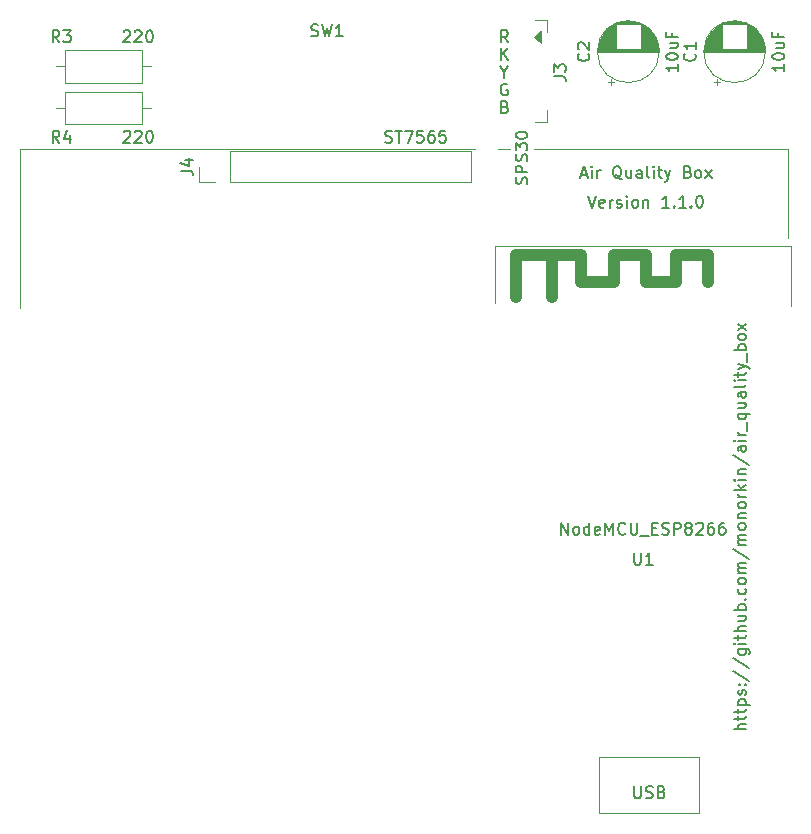
<source format=gbr>
%TF.GenerationSoftware,KiCad,Pcbnew,5.1.10*%
%TF.CreationDate,2021-11-06T10:08:14+01:00*%
%TF.ProjectId,air_quality_box,6169725f-7175-4616-9c69-74795f626f78,rev?*%
%TF.SameCoordinates,Original*%
%TF.FileFunction,Legend,Top*%
%TF.FilePolarity,Positive*%
%FSLAX46Y46*%
G04 Gerber Fmt 4.6, Leading zero omitted, Abs format (unit mm)*
G04 Created by KiCad (PCBNEW 5.1.10) date 2021-11-06 10:08:14*
%MOMM*%
%LPD*%
G01*
G04 APERTURE LIST*
%ADD10C,0.150000*%
%ADD11C,0.120000*%
%ADD12C,1.000000*%
%ADD13C,0.100000*%
G04 APERTURE END LIST*
D10*
X161452380Y-99119047D02*
X160452380Y-99119047D01*
X161452380Y-98690476D02*
X160928571Y-98690476D01*
X160833333Y-98738095D01*
X160785714Y-98833333D01*
X160785714Y-98976190D01*
X160833333Y-99071428D01*
X160880952Y-99119047D01*
X160785714Y-98357142D02*
X160785714Y-97976190D01*
X160452380Y-98214285D02*
X161309523Y-98214285D01*
X161404761Y-98166666D01*
X161452380Y-98071428D01*
X161452380Y-97976190D01*
X160785714Y-97785714D02*
X160785714Y-97404761D01*
X160452380Y-97642857D02*
X161309523Y-97642857D01*
X161404761Y-97595238D01*
X161452380Y-97500000D01*
X161452380Y-97404761D01*
X160785714Y-97071428D02*
X161785714Y-97071428D01*
X160833333Y-97071428D02*
X160785714Y-96976190D01*
X160785714Y-96785714D01*
X160833333Y-96690476D01*
X160880952Y-96642857D01*
X160976190Y-96595238D01*
X161261904Y-96595238D01*
X161357142Y-96642857D01*
X161404761Y-96690476D01*
X161452380Y-96785714D01*
X161452380Y-96976190D01*
X161404761Y-97071428D01*
X161404761Y-96214285D02*
X161452380Y-96119047D01*
X161452380Y-95928571D01*
X161404761Y-95833333D01*
X161309523Y-95785714D01*
X161261904Y-95785714D01*
X161166666Y-95833333D01*
X161119047Y-95928571D01*
X161119047Y-96071428D01*
X161071428Y-96166666D01*
X160976190Y-96214285D01*
X160928571Y-96214285D01*
X160833333Y-96166666D01*
X160785714Y-96071428D01*
X160785714Y-95928571D01*
X160833333Y-95833333D01*
X161357142Y-95357142D02*
X161404761Y-95309523D01*
X161452380Y-95357142D01*
X161404761Y-95404761D01*
X161357142Y-95357142D01*
X161452380Y-95357142D01*
X160833333Y-95357142D02*
X160880952Y-95309523D01*
X160928571Y-95357142D01*
X160880952Y-95404761D01*
X160833333Y-95357142D01*
X160928571Y-95357142D01*
X160404761Y-94166666D02*
X161690476Y-95023809D01*
X160404761Y-93119047D02*
X161690476Y-93976190D01*
X160785714Y-92357142D02*
X161595238Y-92357142D01*
X161690476Y-92404761D01*
X161738095Y-92452380D01*
X161785714Y-92547619D01*
X161785714Y-92690476D01*
X161738095Y-92785714D01*
X161404761Y-92357142D02*
X161452380Y-92452380D01*
X161452380Y-92642857D01*
X161404761Y-92738095D01*
X161357142Y-92785714D01*
X161261904Y-92833333D01*
X160976190Y-92833333D01*
X160880952Y-92785714D01*
X160833333Y-92738095D01*
X160785714Y-92642857D01*
X160785714Y-92452380D01*
X160833333Y-92357142D01*
X161452380Y-91880952D02*
X160785714Y-91880952D01*
X160452380Y-91880952D02*
X160500000Y-91928571D01*
X160547619Y-91880952D01*
X160500000Y-91833333D01*
X160452380Y-91880952D01*
X160547619Y-91880952D01*
X160785714Y-91547619D02*
X160785714Y-91166666D01*
X160452380Y-91404761D02*
X161309523Y-91404761D01*
X161404761Y-91357142D01*
X161452380Y-91261904D01*
X161452380Y-91166666D01*
X161452380Y-90833333D02*
X160452380Y-90833333D01*
X161452380Y-90404761D02*
X160928571Y-90404761D01*
X160833333Y-90452380D01*
X160785714Y-90547619D01*
X160785714Y-90690476D01*
X160833333Y-90785714D01*
X160880952Y-90833333D01*
X160785714Y-89500000D02*
X161452380Y-89500000D01*
X160785714Y-89928571D02*
X161309523Y-89928571D01*
X161404761Y-89880952D01*
X161452380Y-89785714D01*
X161452380Y-89642857D01*
X161404761Y-89547619D01*
X161357142Y-89500000D01*
X161452380Y-89023809D02*
X160452380Y-89023809D01*
X160833333Y-89023809D02*
X160785714Y-88928571D01*
X160785714Y-88738095D01*
X160833333Y-88642857D01*
X160880952Y-88595238D01*
X160976190Y-88547619D01*
X161261904Y-88547619D01*
X161357142Y-88595238D01*
X161404761Y-88642857D01*
X161452380Y-88738095D01*
X161452380Y-88928571D01*
X161404761Y-89023809D01*
X161357142Y-88119047D02*
X161404761Y-88071428D01*
X161452380Y-88119047D01*
X161404761Y-88166666D01*
X161357142Y-88119047D01*
X161452380Y-88119047D01*
X161404761Y-87214285D02*
X161452380Y-87309523D01*
X161452380Y-87500000D01*
X161404761Y-87595238D01*
X161357142Y-87642857D01*
X161261904Y-87690476D01*
X160976190Y-87690476D01*
X160880952Y-87642857D01*
X160833333Y-87595238D01*
X160785714Y-87500000D01*
X160785714Y-87309523D01*
X160833333Y-87214285D01*
X161452380Y-86642857D02*
X161404761Y-86738095D01*
X161357142Y-86785714D01*
X161261904Y-86833333D01*
X160976190Y-86833333D01*
X160880952Y-86785714D01*
X160833333Y-86738095D01*
X160785714Y-86642857D01*
X160785714Y-86500000D01*
X160833333Y-86404761D01*
X160880952Y-86357142D01*
X160976190Y-86309523D01*
X161261904Y-86309523D01*
X161357142Y-86357142D01*
X161404761Y-86404761D01*
X161452380Y-86500000D01*
X161452380Y-86642857D01*
X161452380Y-85880952D02*
X160785714Y-85880952D01*
X160880952Y-85880952D02*
X160833333Y-85833333D01*
X160785714Y-85738095D01*
X160785714Y-85595238D01*
X160833333Y-85500000D01*
X160928571Y-85452380D01*
X161452380Y-85452380D01*
X160928571Y-85452380D02*
X160833333Y-85404761D01*
X160785714Y-85309523D01*
X160785714Y-85166666D01*
X160833333Y-85071428D01*
X160928571Y-85023809D01*
X161452380Y-85023809D01*
X160404761Y-83833333D02*
X161690476Y-84690476D01*
X161452380Y-83500000D02*
X160785714Y-83500000D01*
X160880952Y-83500000D02*
X160833333Y-83452380D01*
X160785714Y-83357142D01*
X160785714Y-83214285D01*
X160833333Y-83119047D01*
X160928571Y-83071428D01*
X161452380Y-83071428D01*
X160928571Y-83071428D02*
X160833333Y-83023809D01*
X160785714Y-82928571D01*
X160785714Y-82785714D01*
X160833333Y-82690476D01*
X160928571Y-82642857D01*
X161452380Y-82642857D01*
X161452380Y-82023809D02*
X161404761Y-82119047D01*
X161357142Y-82166666D01*
X161261904Y-82214285D01*
X160976190Y-82214285D01*
X160880952Y-82166666D01*
X160833333Y-82119047D01*
X160785714Y-82023809D01*
X160785714Y-81880952D01*
X160833333Y-81785714D01*
X160880952Y-81738095D01*
X160976190Y-81690476D01*
X161261904Y-81690476D01*
X161357142Y-81738095D01*
X161404761Y-81785714D01*
X161452380Y-81880952D01*
X161452380Y-82023809D01*
X160785714Y-81261904D02*
X161452380Y-81261904D01*
X160880952Y-81261904D02*
X160833333Y-81214285D01*
X160785714Y-81119047D01*
X160785714Y-80976190D01*
X160833333Y-80880952D01*
X160928571Y-80833333D01*
X161452380Y-80833333D01*
X161452380Y-80214285D02*
X161404761Y-80309523D01*
X161357142Y-80357142D01*
X161261904Y-80404761D01*
X160976190Y-80404761D01*
X160880952Y-80357142D01*
X160833333Y-80309523D01*
X160785714Y-80214285D01*
X160785714Y-80071428D01*
X160833333Y-79976190D01*
X160880952Y-79928571D01*
X160976190Y-79880952D01*
X161261904Y-79880952D01*
X161357142Y-79928571D01*
X161404761Y-79976190D01*
X161452380Y-80071428D01*
X161452380Y-80214285D01*
X161452380Y-79452380D02*
X160785714Y-79452380D01*
X160976190Y-79452380D02*
X160880952Y-79404761D01*
X160833333Y-79357142D01*
X160785714Y-79261904D01*
X160785714Y-79166666D01*
X161452380Y-78833333D02*
X160452380Y-78833333D01*
X161071428Y-78738095D02*
X161452380Y-78452380D01*
X160785714Y-78452380D02*
X161166666Y-78833333D01*
X161452380Y-78023809D02*
X160785714Y-78023809D01*
X160452380Y-78023809D02*
X160500000Y-78071428D01*
X160547619Y-78023809D01*
X160500000Y-77976190D01*
X160452380Y-78023809D01*
X160547619Y-78023809D01*
X160785714Y-77547619D02*
X161452380Y-77547619D01*
X160880952Y-77547619D02*
X160833333Y-77500000D01*
X160785714Y-77404761D01*
X160785714Y-77261904D01*
X160833333Y-77166666D01*
X160928571Y-77119047D01*
X161452380Y-77119047D01*
X160404761Y-75928571D02*
X161690476Y-76785714D01*
X161452380Y-75166666D02*
X160928571Y-75166666D01*
X160833333Y-75214285D01*
X160785714Y-75309523D01*
X160785714Y-75500000D01*
X160833333Y-75595238D01*
X161404761Y-75166666D02*
X161452380Y-75261904D01*
X161452380Y-75500000D01*
X161404761Y-75595238D01*
X161309523Y-75642857D01*
X161214285Y-75642857D01*
X161119047Y-75595238D01*
X161071428Y-75500000D01*
X161071428Y-75261904D01*
X161023809Y-75166666D01*
X161452380Y-74690476D02*
X160785714Y-74690476D01*
X160452380Y-74690476D02*
X160500000Y-74738095D01*
X160547619Y-74690476D01*
X160500000Y-74642857D01*
X160452380Y-74690476D01*
X160547619Y-74690476D01*
X161452380Y-74214285D02*
X160785714Y-74214285D01*
X160976190Y-74214285D02*
X160880952Y-74166666D01*
X160833333Y-74119047D01*
X160785714Y-74023809D01*
X160785714Y-73928571D01*
X161547619Y-73833333D02*
X161547619Y-73071428D01*
X160785714Y-72404761D02*
X161785714Y-72404761D01*
X161404761Y-72404761D02*
X161452380Y-72500000D01*
X161452380Y-72690476D01*
X161404761Y-72785714D01*
X161357142Y-72833333D01*
X161261904Y-72880952D01*
X160976190Y-72880952D01*
X160880952Y-72833333D01*
X160833333Y-72785714D01*
X160785714Y-72690476D01*
X160785714Y-72500000D01*
X160833333Y-72404761D01*
X160785714Y-71500000D02*
X161452380Y-71500000D01*
X160785714Y-71928571D02*
X161309523Y-71928571D01*
X161404761Y-71880952D01*
X161452380Y-71785714D01*
X161452380Y-71642857D01*
X161404761Y-71547619D01*
X161357142Y-71500000D01*
X161452380Y-70595238D02*
X160928571Y-70595238D01*
X160833333Y-70642857D01*
X160785714Y-70738095D01*
X160785714Y-70928571D01*
X160833333Y-71023809D01*
X161404761Y-70595238D02*
X161452380Y-70690476D01*
X161452380Y-70928571D01*
X161404761Y-71023809D01*
X161309523Y-71071428D01*
X161214285Y-71071428D01*
X161119047Y-71023809D01*
X161071428Y-70928571D01*
X161071428Y-70690476D01*
X161023809Y-70595238D01*
X161452380Y-69976190D02*
X161404761Y-70071428D01*
X161309523Y-70119047D01*
X160452380Y-70119047D01*
X161452380Y-69595238D02*
X160785714Y-69595238D01*
X160452380Y-69595238D02*
X160500000Y-69642857D01*
X160547619Y-69595238D01*
X160500000Y-69547619D01*
X160452380Y-69595238D01*
X160547619Y-69595238D01*
X160785714Y-69261904D02*
X160785714Y-68880952D01*
X160452380Y-69119047D02*
X161309523Y-69119047D01*
X161404761Y-69071428D01*
X161452380Y-68976190D01*
X161452380Y-68880952D01*
X160785714Y-68642857D02*
X161452380Y-68404761D01*
X160785714Y-68166666D02*
X161452380Y-68404761D01*
X161690476Y-68500000D01*
X161738095Y-68547619D01*
X161785714Y-68642857D01*
X161547619Y-68023809D02*
X161547619Y-67261904D01*
X161452380Y-67023809D02*
X160452380Y-67023809D01*
X160833333Y-67023809D02*
X160785714Y-66928571D01*
X160785714Y-66738095D01*
X160833333Y-66642857D01*
X160880952Y-66595238D01*
X160976190Y-66547619D01*
X161261904Y-66547619D01*
X161357142Y-66595238D01*
X161404761Y-66642857D01*
X161452380Y-66738095D01*
X161452380Y-66928571D01*
X161404761Y-67023809D01*
X161452380Y-65976190D02*
X161404761Y-66071428D01*
X161357142Y-66119047D01*
X161261904Y-66166666D01*
X160976190Y-66166666D01*
X160880952Y-66119047D01*
X160833333Y-66071428D01*
X160785714Y-65976190D01*
X160785714Y-65833333D01*
X160833333Y-65738095D01*
X160880952Y-65690476D01*
X160976190Y-65642857D01*
X161261904Y-65642857D01*
X161357142Y-65690476D01*
X161404761Y-65738095D01*
X161452380Y-65833333D01*
X161452380Y-65976190D01*
X161452380Y-65309523D02*
X160785714Y-64785714D01*
X160785714Y-65309523D02*
X161452380Y-64785714D01*
X148095238Y-53952380D02*
X148428571Y-54952380D01*
X148761904Y-53952380D01*
X149476190Y-54904761D02*
X149380952Y-54952380D01*
X149190476Y-54952380D01*
X149095238Y-54904761D01*
X149047619Y-54809523D01*
X149047619Y-54428571D01*
X149095238Y-54333333D01*
X149190476Y-54285714D01*
X149380952Y-54285714D01*
X149476190Y-54333333D01*
X149523809Y-54428571D01*
X149523809Y-54523809D01*
X149047619Y-54619047D01*
X149952380Y-54952380D02*
X149952380Y-54285714D01*
X149952380Y-54476190D02*
X150000000Y-54380952D01*
X150047619Y-54333333D01*
X150142857Y-54285714D01*
X150238095Y-54285714D01*
X150523809Y-54904761D02*
X150619047Y-54952380D01*
X150809523Y-54952380D01*
X150904761Y-54904761D01*
X150952380Y-54809523D01*
X150952380Y-54761904D01*
X150904761Y-54666666D01*
X150809523Y-54619047D01*
X150666666Y-54619047D01*
X150571428Y-54571428D01*
X150523809Y-54476190D01*
X150523809Y-54428571D01*
X150571428Y-54333333D01*
X150666666Y-54285714D01*
X150809523Y-54285714D01*
X150904761Y-54333333D01*
X151380952Y-54952380D02*
X151380952Y-54285714D01*
X151380952Y-53952380D02*
X151333333Y-54000000D01*
X151380952Y-54047619D01*
X151428571Y-54000000D01*
X151380952Y-53952380D01*
X151380952Y-54047619D01*
X152000000Y-54952380D02*
X151904761Y-54904761D01*
X151857142Y-54857142D01*
X151809523Y-54761904D01*
X151809523Y-54476190D01*
X151857142Y-54380952D01*
X151904761Y-54333333D01*
X152000000Y-54285714D01*
X152142857Y-54285714D01*
X152238095Y-54333333D01*
X152285714Y-54380952D01*
X152333333Y-54476190D01*
X152333333Y-54761904D01*
X152285714Y-54857142D01*
X152238095Y-54904761D01*
X152142857Y-54952380D01*
X152000000Y-54952380D01*
X152761904Y-54285714D02*
X152761904Y-54952380D01*
X152761904Y-54380952D02*
X152809523Y-54333333D01*
X152904761Y-54285714D01*
X153047619Y-54285714D01*
X153142857Y-54333333D01*
X153190476Y-54428571D01*
X153190476Y-54952380D01*
X154952380Y-54952380D02*
X154380952Y-54952380D01*
X154666666Y-54952380D02*
X154666666Y-53952380D01*
X154571428Y-54095238D01*
X154476190Y-54190476D01*
X154380952Y-54238095D01*
X155380952Y-54857142D02*
X155428571Y-54904761D01*
X155380952Y-54952380D01*
X155333333Y-54904761D01*
X155380952Y-54857142D01*
X155380952Y-54952380D01*
X156380952Y-54952380D02*
X155809523Y-54952380D01*
X156095238Y-54952380D02*
X156095238Y-53952380D01*
X156000000Y-54095238D01*
X155904761Y-54190476D01*
X155809523Y-54238095D01*
X156809523Y-54857142D02*
X156857142Y-54904761D01*
X156809523Y-54952380D01*
X156761904Y-54904761D01*
X156809523Y-54857142D01*
X156809523Y-54952380D01*
X157476190Y-53952380D02*
X157571428Y-53952380D01*
X157666666Y-54000000D01*
X157714285Y-54047619D01*
X157761904Y-54142857D01*
X157809523Y-54333333D01*
X157809523Y-54571428D01*
X157761904Y-54761904D01*
X157714285Y-54857142D01*
X157666666Y-54904761D01*
X157571428Y-54952380D01*
X157476190Y-54952380D01*
X157380952Y-54904761D01*
X157333333Y-54857142D01*
X157285714Y-54761904D01*
X157238095Y-54571428D01*
X157238095Y-54333333D01*
X157285714Y-54142857D01*
X157333333Y-54047619D01*
X157380952Y-54000000D01*
X157476190Y-53952380D01*
X147500000Y-52166666D02*
X147976190Y-52166666D01*
X147404761Y-52452380D02*
X147738095Y-51452380D01*
X148071428Y-52452380D01*
X148404761Y-52452380D02*
X148404761Y-51785714D01*
X148404761Y-51452380D02*
X148357142Y-51500000D01*
X148404761Y-51547619D01*
X148452380Y-51500000D01*
X148404761Y-51452380D01*
X148404761Y-51547619D01*
X148880952Y-52452380D02*
X148880952Y-51785714D01*
X148880952Y-51976190D02*
X148928571Y-51880952D01*
X148976190Y-51833333D01*
X149071428Y-51785714D01*
X149166666Y-51785714D01*
X150928571Y-52547619D02*
X150833333Y-52500000D01*
X150738095Y-52404761D01*
X150595238Y-52261904D01*
X150500000Y-52214285D01*
X150404761Y-52214285D01*
X150452380Y-52452380D02*
X150357142Y-52404761D01*
X150261904Y-52309523D01*
X150214285Y-52119047D01*
X150214285Y-51785714D01*
X150261904Y-51595238D01*
X150357142Y-51500000D01*
X150452380Y-51452380D01*
X150642857Y-51452380D01*
X150738095Y-51500000D01*
X150833333Y-51595238D01*
X150880952Y-51785714D01*
X150880952Y-52119047D01*
X150833333Y-52309523D01*
X150738095Y-52404761D01*
X150642857Y-52452380D01*
X150452380Y-52452380D01*
X151738095Y-51785714D02*
X151738095Y-52452380D01*
X151309523Y-51785714D02*
X151309523Y-52309523D01*
X151357142Y-52404761D01*
X151452380Y-52452380D01*
X151595238Y-52452380D01*
X151690476Y-52404761D01*
X151738095Y-52357142D01*
X152642857Y-52452380D02*
X152642857Y-51928571D01*
X152595238Y-51833333D01*
X152500000Y-51785714D01*
X152309523Y-51785714D01*
X152214285Y-51833333D01*
X152642857Y-52404761D02*
X152547619Y-52452380D01*
X152309523Y-52452380D01*
X152214285Y-52404761D01*
X152166666Y-52309523D01*
X152166666Y-52214285D01*
X152214285Y-52119047D01*
X152309523Y-52071428D01*
X152547619Y-52071428D01*
X152642857Y-52023809D01*
X153261904Y-52452380D02*
X153166666Y-52404761D01*
X153119047Y-52309523D01*
X153119047Y-51452380D01*
X153642857Y-52452380D02*
X153642857Y-51785714D01*
X153642857Y-51452380D02*
X153595238Y-51500000D01*
X153642857Y-51547619D01*
X153690476Y-51500000D01*
X153642857Y-51452380D01*
X153642857Y-51547619D01*
X153976190Y-51785714D02*
X154357142Y-51785714D01*
X154119047Y-51452380D02*
X154119047Y-52309523D01*
X154166666Y-52404761D01*
X154261904Y-52452380D01*
X154357142Y-52452380D01*
X154595238Y-51785714D02*
X154833333Y-52452380D01*
X155071428Y-51785714D02*
X154833333Y-52452380D01*
X154738095Y-52690476D01*
X154690476Y-52738095D01*
X154595238Y-52785714D01*
X156547619Y-51928571D02*
X156690476Y-51976190D01*
X156738095Y-52023809D01*
X156785714Y-52119047D01*
X156785714Y-52261904D01*
X156738095Y-52357142D01*
X156690476Y-52404761D01*
X156595238Y-52452380D01*
X156214285Y-52452380D01*
X156214285Y-51452380D01*
X156547619Y-51452380D01*
X156642857Y-51500000D01*
X156690476Y-51547619D01*
X156738095Y-51642857D01*
X156738095Y-51738095D01*
X156690476Y-51833333D01*
X156642857Y-51880952D01*
X156547619Y-51928571D01*
X156214285Y-51928571D01*
X157357142Y-52452380D02*
X157261904Y-52404761D01*
X157214285Y-52357142D01*
X157166666Y-52261904D01*
X157166666Y-51976190D01*
X157214285Y-51880952D01*
X157261904Y-51833333D01*
X157357142Y-51785714D01*
X157500000Y-51785714D01*
X157595238Y-51833333D01*
X157642857Y-51880952D01*
X157690476Y-51976190D01*
X157690476Y-52261904D01*
X157642857Y-52357142D01*
X157595238Y-52404761D01*
X157500000Y-52452380D01*
X157357142Y-52452380D01*
X158023809Y-52452380D02*
X158547619Y-51785714D01*
X158023809Y-51785714D02*
X158547619Y-52452380D01*
D11*
X165000000Y-50000000D02*
X165000000Y-57500000D01*
X100000000Y-50000000D02*
X100000000Y-63500000D01*
X143500000Y-50000000D02*
X165000000Y-50000000D01*
X140500000Y-50000000D02*
X141500000Y-50000000D01*
X100000000Y-50000000D02*
X138500000Y-50000000D01*
D10*
X141071428Y-46428571D02*
X141214285Y-46476190D01*
X141261904Y-46523809D01*
X141309523Y-46619047D01*
X141309523Y-46761904D01*
X141261904Y-46857142D01*
X141214285Y-46904761D01*
X141119047Y-46952380D01*
X140738095Y-46952380D01*
X140738095Y-45952380D01*
X141071428Y-45952380D01*
X141166666Y-46000000D01*
X141214285Y-46047619D01*
X141261904Y-46142857D01*
X141261904Y-46238095D01*
X141214285Y-46333333D01*
X141166666Y-46380952D01*
X141071428Y-46428571D01*
X140738095Y-46428571D01*
X140738095Y-42452380D02*
X140738095Y-41452380D01*
X141309523Y-42452380D02*
X140880952Y-41880952D01*
X141309523Y-41452380D02*
X140738095Y-42023809D01*
X141000000Y-43476190D02*
X141000000Y-43952380D01*
X140666666Y-42952380D02*
X141000000Y-43476190D01*
X141333333Y-42952380D01*
X141261904Y-44500000D02*
X141166666Y-44452380D01*
X141023809Y-44452380D01*
X140880952Y-44500000D01*
X140785714Y-44595238D01*
X140738095Y-44690476D01*
X140690476Y-44880952D01*
X140690476Y-45023809D01*
X140738095Y-45214285D01*
X140785714Y-45309523D01*
X140880952Y-45404761D01*
X141023809Y-45452380D01*
X141119047Y-45452380D01*
X141261904Y-45404761D01*
X141309523Y-45357142D01*
X141309523Y-45023809D01*
X141119047Y-45023809D01*
X141309523Y-40952380D02*
X140976190Y-40476190D01*
X140738095Y-40952380D02*
X140738095Y-39952380D01*
X141119047Y-39952380D01*
X141214285Y-40000000D01*
X141261904Y-40047619D01*
X141309523Y-40142857D01*
X141309523Y-40285714D01*
X141261904Y-40380952D01*
X141214285Y-40428571D01*
X141119047Y-40476190D01*
X140738095Y-40476190D01*
X151988095Y-103952380D02*
X151988095Y-104761904D01*
X152035714Y-104857142D01*
X152083333Y-104904761D01*
X152178571Y-104952380D01*
X152369047Y-104952380D01*
X152464285Y-104904761D01*
X152511904Y-104857142D01*
X152559523Y-104761904D01*
X152559523Y-103952380D01*
X152988095Y-104904761D02*
X153130952Y-104952380D01*
X153369047Y-104952380D01*
X153464285Y-104904761D01*
X153511904Y-104857142D01*
X153559523Y-104761904D01*
X153559523Y-104666666D01*
X153511904Y-104571428D01*
X153464285Y-104523809D01*
X153369047Y-104476190D01*
X153178571Y-104428571D01*
X153083333Y-104380952D01*
X153035714Y-104333333D01*
X152988095Y-104238095D01*
X152988095Y-104142857D01*
X153035714Y-104047619D01*
X153083333Y-104000000D01*
X153178571Y-103952380D01*
X153416666Y-103952380D01*
X153559523Y-104000000D01*
X154321428Y-104428571D02*
X154464285Y-104476190D01*
X154511904Y-104523809D01*
X154559523Y-104619047D01*
X154559523Y-104761904D01*
X154511904Y-104857142D01*
X154464285Y-104904761D01*
X154369047Y-104952380D01*
X153988095Y-104952380D01*
X153988095Y-103952380D01*
X154321428Y-103952380D01*
X154416666Y-104000000D01*
X154464285Y-104047619D01*
X154511904Y-104142857D01*
X154511904Y-104238095D01*
X154464285Y-104333333D01*
X154416666Y-104380952D01*
X154321428Y-104428571D01*
X153988095Y-104428571D01*
D11*
X157500000Y-106250000D02*
X149000000Y-106250000D01*
X157500000Y-101500000D02*
X157500000Y-106250000D01*
X149000000Y-101500000D02*
X157500000Y-101500000D01*
X149000000Y-106250000D02*
X149000000Y-101500000D01*
D12*
X145000000Y-59000000D02*
X145000000Y-62500000D01*
X158250000Y-59000000D02*
X158250000Y-61250000D01*
X155500000Y-59000000D02*
X158250000Y-59000000D01*
X155500000Y-61250000D02*
X155500000Y-59000000D01*
X153000000Y-61250000D02*
X155500000Y-61250000D01*
X153000000Y-59000000D02*
X153000000Y-61250000D01*
X150250000Y-59000000D02*
X153000000Y-59000000D01*
X150250000Y-61250000D02*
X150250000Y-59000000D01*
X147500000Y-61250000D02*
X150250000Y-61250000D01*
X147500000Y-59000000D02*
X147500000Y-61250000D01*
X142000000Y-59000000D02*
X147500000Y-59000000D01*
X142000000Y-62500000D02*
X142000000Y-59000000D01*
D11*
X165250000Y-58250000D02*
X165250000Y-63250000D01*
X140250000Y-58250000D02*
X165250000Y-58250000D01*
X140250000Y-63000000D02*
X140250000Y-58250000D01*
D13*
%TO.C,J3*%
G36*
X144100000Y-40000000D02*
G01*
X144100000Y-41000000D01*
X143500000Y-40500000D01*
X144100000Y-40000000D01*
G37*
X144100000Y-40000000D02*
X144100000Y-41000000D01*
X143500000Y-40500000D01*
X144100000Y-40000000D01*
D11*
X144600000Y-39100000D02*
X143600000Y-39100000D01*
X144600000Y-39100000D02*
X144600000Y-40100000D01*
X144600000Y-47700000D02*
X144600000Y-46700000D01*
X144600000Y-47700000D02*
X143600000Y-47700000D01*
%TO.C,C1*%
X163120000Y-41750000D02*
G75*
G03*
X163120000Y-41750000I-2620000J0D01*
G01*
X157920000Y-41750000D02*
X163080000Y-41750000D01*
X157920000Y-41710000D02*
X163080000Y-41710000D01*
X157921000Y-41670000D02*
X163079000Y-41670000D01*
X157922000Y-41630000D02*
X163078000Y-41630000D01*
X157924000Y-41590000D02*
X163076000Y-41590000D01*
X157927000Y-41550000D02*
X163073000Y-41550000D01*
X157931000Y-41510000D02*
X159460000Y-41510000D01*
X161540000Y-41510000D02*
X163069000Y-41510000D01*
X157935000Y-41470000D02*
X159460000Y-41470000D01*
X161540000Y-41470000D02*
X163065000Y-41470000D01*
X157939000Y-41430000D02*
X159460000Y-41430000D01*
X161540000Y-41430000D02*
X163061000Y-41430000D01*
X157944000Y-41390000D02*
X159460000Y-41390000D01*
X161540000Y-41390000D02*
X163056000Y-41390000D01*
X157950000Y-41350000D02*
X159460000Y-41350000D01*
X161540000Y-41350000D02*
X163050000Y-41350000D01*
X157957000Y-41310000D02*
X159460000Y-41310000D01*
X161540000Y-41310000D02*
X163043000Y-41310000D01*
X157964000Y-41270000D02*
X159460000Y-41270000D01*
X161540000Y-41270000D02*
X163036000Y-41270000D01*
X157972000Y-41230000D02*
X159460000Y-41230000D01*
X161540000Y-41230000D02*
X163028000Y-41230000D01*
X157980000Y-41190000D02*
X159460000Y-41190000D01*
X161540000Y-41190000D02*
X163020000Y-41190000D01*
X157989000Y-41150000D02*
X159460000Y-41150000D01*
X161540000Y-41150000D02*
X163011000Y-41150000D01*
X157999000Y-41110000D02*
X159460000Y-41110000D01*
X161540000Y-41110000D02*
X163001000Y-41110000D01*
X158009000Y-41070000D02*
X159460000Y-41070000D01*
X161540000Y-41070000D02*
X162991000Y-41070000D01*
X158020000Y-41029000D02*
X159460000Y-41029000D01*
X161540000Y-41029000D02*
X162980000Y-41029000D01*
X158032000Y-40989000D02*
X159460000Y-40989000D01*
X161540000Y-40989000D02*
X162968000Y-40989000D01*
X158045000Y-40949000D02*
X159460000Y-40949000D01*
X161540000Y-40949000D02*
X162955000Y-40949000D01*
X158058000Y-40909000D02*
X159460000Y-40909000D01*
X161540000Y-40909000D02*
X162942000Y-40909000D01*
X158072000Y-40869000D02*
X159460000Y-40869000D01*
X161540000Y-40869000D02*
X162928000Y-40869000D01*
X158086000Y-40829000D02*
X159460000Y-40829000D01*
X161540000Y-40829000D02*
X162914000Y-40829000D01*
X158102000Y-40789000D02*
X159460000Y-40789000D01*
X161540000Y-40789000D02*
X162898000Y-40789000D01*
X158118000Y-40749000D02*
X159460000Y-40749000D01*
X161540000Y-40749000D02*
X162882000Y-40749000D01*
X158135000Y-40709000D02*
X159460000Y-40709000D01*
X161540000Y-40709000D02*
X162865000Y-40709000D01*
X158152000Y-40669000D02*
X159460000Y-40669000D01*
X161540000Y-40669000D02*
X162848000Y-40669000D01*
X158171000Y-40629000D02*
X159460000Y-40629000D01*
X161540000Y-40629000D02*
X162829000Y-40629000D01*
X158190000Y-40589000D02*
X159460000Y-40589000D01*
X161540000Y-40589000D02*
X162810000Y-40589000D01*
X158210000Y-40549000D02*
X159460000Y-40549000D01*
X161540000Y-40549000D02*
X162790000Y-40549000D01*
X158232000Y-40509000D02*
X159460000Y-40509000D01*
X161540000Y-40509000D02*
X162768000Y-40509000D01*
X158253000Y-40469000D02*
X159460000Y-40469000D01*
X161540000Y-40469000D02*
X162747000Y-40469000D01*
X158276000Y-40429000D02*
X159460000Y-40429000D01*
X161540000Y-40429000D02*
X162724000Y-40429000D01*
X158300000Y-40389000D02*
X159460000Y-40389000D01*
X161540000Y-40389000D02*
X162700000Y-40389000D01*
X158325000Y-40349000D02*
X159460000Y-40349000D01*
X161540000Y-40349000D02*
X162675000Y-40349000D01*
X158351000Y-40309000D02*
X159460000Y-40309000D01*
X161540000Y-40309000D02*
X162649000Y-40309000D01*
X158378000Y-40269000D02*
X159460000Y-40269000D01*
X161540000Y-40269000D02*
X162622000Y-40269000D01*
X158405000Y-40229000D02*
X159460000Y-40229000D01*
X161540000Y-40229000D02*
X162595000Y-40229000D01*
X158435000Y-40189000D02*
X159460000Y-40189000D01*
X161540000Y-40189000D02*
X162565000Y-40189000D01*
X158465000Y-40149000D02*
X159460000Y-40149000D01*
X161540000Y-40149000D02*
X162535000Y-40149000D01*
X158496000Y-40109000D02*
X159460000Y-40109000D01*
X161540000Y-40109000D02*
X162504000Y-40109000D01*
X158529000Y-40069000D02*
X159460000Y-40069000D01*
X161540000Y-40069000D02*
X162471000Y-40069000D01*
X158563000Y-40029000D02*
X159460000Y-40029000D01*
X161540000Y-40029000D02*
X162437000Y-40029000D01*
X158599000Y-39989000D02*
X159460000Y-39989000D01*
X161540000Y-39989000D02*
X162401000Y-39989000D01*
X158636000Y-39949000D02*
X159460000Y-39949000D01*
X161540000Y-39949000D02*
X162364000Y-39949000D01*
X158674000Y-39909000D02*
X159460000Y-39909000D01*
X161540000Y-39909000D02*
X162326000Y-39909000D01*
X158715000Y-39869000D02*
X159460000Y-39869000D01*
X161540000Y-39869000D02*
X162285000Y-39869000D01*
X158757000Y-39829000D02*
X159460000Y-39829000D01*
X161540000Y-39829000D02*
X162243000Y-39829000D01*
X158801000Y-39789000D02*
X159460000Y-39789000D01*
X161540000Y-39789000D02*
X162199000Y-39789000D01*
X158847000Y-39749000D02*
X159460000Y-39749000D01*
X161540000Y-39749000D02*
X162153000Y-39749000D01*
X158895000Y-39709000D02*
X159460000Y-39709000D01*
X161540000Y-39709000D02*
X162105000Y-39709000D01*
X158946000Y-39669000D02*
X159460000Y-39669000D01*
X161540000Y-39669000D02*
X162054000Y-39669000D01*
X159000000Y-39629000D02*
X159460000Y-39629000D01*
X161540000Y-39629000D02*
X162000000Y-39629000D01*
X159057000Y-39589000D02*
X159460000Y-39589000D01*
X161540000Y-39589000D02*
X161943000Y-39589000D01*
X159117000Y-39549000D02*
X159460000Y-39549000D01*
X161540000Y-39549000D02*
X161883000Y-39549000D01*
X159181000Y-39509000D02*
X159460000Y-39509000D01*
X161540000Y-39509000D02*
X161819000Y-39509000D01*
X159249000Y-39469000D02*
X159460000Y-39469000D01*
X161540000Y-39469000D02*
X161751000Y-39469000D01*
X159322000Y-39429000D02*
X161678000Y-39429000D01*
X159402000Y-39389000D02*
X161598000Y-39389000D01*
X159489000Y-39349000D02*
X161511000Y-39349000D01*
X159585000Y-39309000D02*
X161415000Y-39309000D01*
X159695000Y-39269000D02*
X161305000Y-39269000D01*
X159823000Y-39229000D02*
X161177000Y-39229000D01*
X159982000Y-39189000D02*
X161018000Y-39189000D01*
X160216000Y-39149000D02*
X160784000Y-39149000D01*
X159025000Y-44554775D02*
X159025000Y-44054775D01*
X158775000Y-44304775D02*
X159275000Y-44304775D01*
%TO.C,C2*%
X149775000Y-44304775D02*
X150275000Y-44304775D01*
X150025000Y-44554775D02*
X150025000Y-44054775D01*
X151216000Y-39149000D02*
X151784000Y-39149000D01*
X150982000Y-39189000D02*
X152018000Y-39189000D01*
X150823000Y-39229000D02*
X152177000Y-39229000D01*
X150695000Y-39269000D02*
X152305000Y-39269000D01*
X150585000Y-39309000D02*
X152415000Y-39309000D01*
X150489000Y-39349000D02*
X152511000Y-39349000D01*
X150402000Y-39389000D02*
X152598000Y-39389000D01*
X150322000Y-39429000D02*
X152678000Y-39429000D01*
X152540000Y-39469000D02*
X152751000Y-39469000D01*
X150249000Y-39469000D02*
X150460000Y-39469000D01*
X152540000Y-39509000D02*
X152819000Y-39509000D01*
X150181000Y-39509000D02*
X150460000Y-39509000D01*
X152540000Y-39549000D02*
X152883000Y-39549000D01*
X150117000Y-39549000D02*
X150460000Y-39549000D01*
X152540000Y-39589000D02*
X152943000Y-39589000D01*
X150057000Y-39589000D02*
X150460000Y-39589000D01*
X152540000Y-39629000D02*
X153000000Y-39629000D01*
X150000000Y-39629000D02*
X150460000Y-39629000D01*
X152540000Y-39669000D02*
X153054000Y-39669000D01*
X149946000Y-39669000D02*
X150460000Y-39669000D01*
X152540000Y-39709000D02*
X153105000Y-39709000D01*
X149895000Y-39709000D02*
X150460000Y-39709000D01*
X152540000Y-39749000D02*
X153153000Y-39749000D01*
X149847000Y-39749000D02*
X150460000Y-39749000D01*
X152540000Y-39789000D02*
X153199000Y-39789000D01*
X149801000Y-39789000D02*
X150460000Y-39789000D01*
X152540000Y-39829000D02*
X153243000Y-39829000D01*
X149757000Y-39829000D02*
X150460000Y-39829000D01*
X152540000Y-39869000D02*
X153285000Y-39869000D01*
X149715000Y-39869000D02*
X150460000Y-39869000D01*
X152540000Y-39909000D02*
X153326000Y-39909000D01*
X149674000Y-39909000D02*
X150460000Y-39909000D01*
X152540000Y-39949000D02*
X153364000Y-39949000D01*
X149636000Y-39949000D02*
X150460000Y-39949000D01*
X152540000Y-39989000D02*
X153401000Y-39989000D01*
X149599000Y-39989000D02*
X150460000Y-39989000D01*
X152540000Y-40029000D02*
X153437000Y-40029000D01*
X149563000Y-40029000D02*
X150460000Y-40029000D01*
X152540000Y-40069000D02*
X153471000Y-40069000D01*
X149529000Y-40069000D02*
X150460000Y-40069000D01*
X152540000Y-40109000D02*
X153504000Y-40109000D01*
X149496000Y-40109000D02*
X150460000Y-40109000D01*
X152540000Y-40149000D02*
X153535000Y-40149000D01*
X149465000Y-40149000D02*
X150460000Y-40149000D01*
X152540000Y-40189000D02*
X153565000Y-40189000D01*
X149435000Y-40189000D02*
X150460000Y-40189000D01*
X152540000Y-40229000D02*
X153595000Y-40229000D01*
X149405000Y-40229000D02*
X150460000Y-40229000D01*
X152540000Y-40269000D02*
X153622000Y-40269000D01*
X149378000Y-40269000D02*
X150460000Y-40269000D01*
X152540000Y-40309000D02*
X153649000Y-40309000D01*
X149351000Y-40309000D02*
X150460000Y-40309000D01*
X152540000Y-40349000D02*
X153675000Y-40349000D01*
X149325000Y-40349000D02*
X150460000Y-40349000D01*
X152540000Y-40389000D02*
X153700000Y-40389000D01*
X149300000Y-40389000D02*
X150460000Y-40389000D01*
X152540000Y-40429000D02*
X153724000Y-40429000D01*
X149276000Y-40429000D02*
X150460000Y-40429000D01*
X152540000Y-40469000D02*
X153747000Y-40469000D01*
X149253000Y-40469000D02*
X150460000Y-40469000D01*
X152540000Y-40509000D02*
X153768000Y-40509000D01*
X149232000Y-40509000D02*
X150460000Y-40509000D01*
X152540000Y-40549000D02*
X153790000Y-40549000D01*
X149210000Y-40549000D02*
X150460000Y-40549000D01*
X152540000Y-40589000D02*
X153810000Y-40589000D01*
X149190000Y-40589000D02*
X150460000Y-40589000D01*
X152540000Y-40629000D02*
X153829000Y-40629000D01*
X149171000Y-40629000D02*
X150460000Y-40629000D01*
X152540000Y-40669000D02*
X153848000Y-40669000D01*
X149152000Y-40669000D02*
X150460000Y-40669000D01*
X152540000Y-40709000D02*
X153865000Y-40709000D01*
X149135000Y-40709000D02*
X150460000Y-40709000D01*
X152540000Y-40749000D02*
X153882000Y-40749000D01*
X149118000Y-40749000D02*
X150460000Y-40749000D01*
X152540000Y-40789000D02*
X153898000Y-40789000D01*
X149102000Y-40789000D02*
X150460000Y-40789000D01*
X152540000Y-40829000D02*
X153914000Y-40829000D01*
X149086000Y-40829000D02*
X150460000Y-40829000D01*
X152540000Y-40869000D02*
X153928000Y-40869000D01*
X149072000Y-40869000D02*
X150460000Y-40869000D01*
X152540000Y-40909000D02*
X153942000Y-40909000D01*
X149058000Y-40909000D02*
X150460000Y-40909000D01*
X152540000Y-40949000D02*
X153955000Y-40949000D01*
X149045000Y-40949000D02*
X150460000Y-40949000D01*
X152540000Y-40989000D02*
X153968000Y-40989000D01*
X149032000Y-40989000D02*
X150460000Y-40989000D01*
X152540000Y-41029000D02*
X153980000Y-41029000D01*
X149020000Y-41029000D02*
X150460000Y-41029000D01*
X152540000Y-41070000D02*
X153991000Y-41070000D01*
X149009000Y-41070000D02*
X150460000Y-41070000D01*
X152540000Y-41110000D02*
X154001000Y-41110000D01*
X148999000Y-41110000D02*
X150460000Y-41110000D01*
X152540000Y-41150000D02*
X154011000Y-41150000D01*
X148989000Y-41150000D02*
X150460000Y-41150000D01*
X152540000Y-41190000D02*
X154020000Y-41190000D01*
X148980000Y-41190000D02*
X150460000Y-41190000D01*
X152540000Y-41230000D02*
X154028000Y-41230000D01*
X148972000Y-41230000D02*
X150460000Y-41230000D01*
X152540000Y-41270000D02*
X154036000Y-41270000D01*
X148964000Y-41270000D02*
X150460000Y-41270000D01*
X152540000Y-41310000D02*
X154043000Y-41310000D01*
X148957000Y-41310000D02*
X150460000Y-41310000D01*
X152540000Y-41350000D02*
X154050000Y-41350000D01*
X148950000Y-41350000D02*
X150460000Y-41350000D01*
X152540000Y-41390000D02*
X154056000Y-41390000D01*
X148944000Y-41390000D02*
X150460000Y-41390000D01*
X152540000Y-41430000D02*
X154061000Y-41430000D01*
X148939000Y-41430000D02*
X150460000Y-41430000D01*
X152540000Y-41470000D02*
X154065000Y-41470000D01*
X148935000Y-41470000D02*
X150460000Y-41470000D01*
X152540000Y-41510000D02*
X154069000Y-41510000D01*
X148931000Y-41510000D02*
X150460000Y-41510000D01*
X148927000Y-41550000D02*
X154073000Y-41550000D01*
X148924000Y-41590000D02*
X154076000Y-41590000D01*
X148922000Y-41630000D02*
X154078000Y-41630000D01*
X148921000Y-41670000D02*
X154079000Y-41670000D01*
X148920000Y-41710000D02*
X154080000Y-41710000D01*
X148920000Y-41750000D02*
X154080000Y-41750000D01*
X154120000Y-41750000D02*
G75*
G03*
X154120000Y-41750000I-2620000J0D01*
G01*
%TO.C,J4*%
X138150000Y-52830000D02*
X138150000Y-50170000D01*
X117770000Y-52830000D02*
X138150000Y-52830000D01*
X117770000Y-50170000D02*
X138150000Y-50170000D01*
X117770000Y-52830000D02*
X117770000Y-50170000D01*
X116500000Y-52830000D02*
X115170000Y-52830000D01*
X115170000Y-52830000D02*
X115170000Y-51500000D01*
%TO.C,R3*%
X111120000Y-43000000D02*
X110350000Y-43000000D01*
X103040000Y-43000000D02*
X103810000Y-43000000D01*
X110350000Y-41630000D02*
X103810000Y-41630000D01*
X110350000Y-44370000D02*
X110350000Y-41630000D01*
X103810000Y-44370000D02*
X110350000Y-44370000D01*
X103810000Y-41630000D02*
X103810000Y-44370000D01*
%TO.C,R4*%
X110350000Y-47870000D02*
X110350000Y-45130000D01*
X110350000Y-45130000D02*
X103810000Y-45130000D01*
X103810000Y-45130000D02*
X103810000Y-47870000D01*
X103810000Y-47870000D02*
X110350000Y-47870000D01*
X111120000Y-46500000D02*
X110350000Y-46500000D01*
X103040000Y-46500000D02*
X103810000Y-46500000D01*
%TO.C,J3*%
D10*
X145202380Y-43833333D02*
X145916666Y-43833333D01*
X146059523Y-43880952D01*
X146154761Y-43976190D01*
X146202380Y-44119047D01*
X146202380Y-44214285D01*
X145202380Y-43452380D02*
X145202380Y-42833333D01*
X145583333Y-43166666D01*
X145583333Y-43023809D01*
X145630952Y-42928571D01*
X145678571Y-42880952D01*
X145773809Y-42833333D01*
X146011904Y-42833333D01*
X146107142Y-42880952D01*
X146154761Y-42928571D01*
X146202380Y-43023809D01*
X146202380Y-43309523D01*
X146154761Y-43404761D01*
X146107142Y-43452380D01*
X142904761Y-52964285D02*
X142952380Y-52821428D01*
X142952380Y-52583333D01*
X142904761Y-52488095D01*
X142857142Y-52440476D01*
X142761904Y-52392857D01*
X142666666Y-52392857D01*
X142571428Y-52440476D01*
X142523809Y-52488095D01*
X142476190Y-52583333D01*
X142428571Y-52773809D01*
X142380952Y-52869047D01*
X142333333Y-52916666D01*
X142238095Y-52964285D01*
X142142857Y-52964285D01*
X142047619Y-52916666D01*
X142000000Y-52869047D01*
X141952380Y-52773809D01*
X141952380Y-52535714D01*
X142000000Y-52392857D01*
X142952380Y-51964285D02*
X141952380Y-51964285D01*
X141952380Y-51583333D01*
X142000000Y-51488095D01*
X142047619Y-51440476D01*
X142142857Y-51392857D01*
X142285714Y-51392857D01*
X142380952Y-51440476D01*
X142428571Y-51488095D01*
X142476190Y-51583333D01*
X142476190Y-51964285D01*
X142904761Y-51011904D02*
X142952380Y-50869047D01*
X142952380Y-50630952D01*
X142904761Y-50535714D01*
X142857142Y-50488095D01*
X142761904Y-50440476D01*
X142666666Y-50440476D01*
X142571428Y-50488095D01*
X142523809Y-50535714D01*
X142476190Y-50630952D01*
X142428571Y-50821428D01*
X142380952Y-50916666D01*
X142333333Y-50964285D01*
X142238095Y-51011904D01*
X142142857Y-51011904D01*
X142047619Y-50964285D01*
X142000000Y-50916666D01*
X141952380Y-50821428D01*
X141952380Y-50583333D01*
X142000000Y-50440476D01*
X141952380Y-50107142D02*
X141952380Y-49488095D01*
X142333333Y-49821428D01*
X142333333Y-49678571D01*
X142380952Y-49583333D01*
X142428571Y-49535714D01*
X142523809Y-49488095D01*
X142761904Y-49488095D01*
X142857142Y-49535714D01*
X142904761Y-49583333D01*
X142952380Y-49678571D01*
X142952380Y-49964285D01*
X142904761Y-50059523D01*
X142857142Y-50107142D01*
X141952380Y-48869047D02*
X141952380Y-48773809D01*
X142000000Y-48678571D01*
X142047619Y-48630952D01*
X142142857Y-48583333D01*
X142333333Y-48535714D01*
X142571428Y-48535714D01*
X142761904Y-48583333D01*
X142857142Y-48630952D01*
X142904761Y-48678571D01*
X142952380Y-48773809D01*
X142952380Y-48869047D01*
X142904761Y-48964285D01*
X142857142Y-49011904D01*
X142761904Y-49059523D01*
X142571428Y-49107142D01*
X142333333Y-49107142D01*
X142142857Y-49059523D01*
X142047619Y-49011904D01*
X142000000Y-48964285D01*
X141952380Y-48869047D01*
%TO.C,SW1*%
X124666666Y-40404761D02*
X124809523Y-40452380D01*
X125047619Y-40452380D01*
X125142857Y-40404761D01*
X125190476Y-40357142D01*
X125238095Y-40261904D01*
X125238095Y-40166666D01*
X125190476Y-40071428D01*
X125142857Y-40023809D01*
X125047619Y-39976190D01*
X124857142Y-39928571D01*
X124761904Y-39880952D01*
X124714285Y-39833333D01*
X124666666Y-39738095D01*
X124666666Y-39642857D01*
X124714285Y-39547619D01*
X124761904Y-39500000D01*
X124857142Y-39452380D01*
X125095238Y-39452380D01*
X125238095Y-39500000D01*
X125571428Y-39452380D02*
X125809523Y-40452380D01*
X126000000Y-39738095D01*
X126190476Y-40452380D01*
X126428571Y-39452380D01*
X127333333Y-40452380D02*
X126761904Y-40452380D01*
X127047619Y-40452380D02*
X127047619Y-39452380D01*
X126952380Y-39595238D01*
X126857142Y-39690476D01*
X126761904Y-39738095D01*
%TO.C,C1*%
X157107142Y-41916666D02*
X157154761Y-41964285D01*
X157202380Y-42107142D01*
X157202380Y-42202380D01*
X157154761Y-42345238D01*
X157059523Y-42440476D01*
X156964285Y-42488095D01*
X156773809Y-42535714D01*
X156630952Y-42535714D01*
X156440476Y-42488095D01*
X156345238Y-42440476D01*
X156250000Y-42345238D01*
X156202380Y-42202380D01*
X156202380Y-42107142D01*
X156250000Y-41964285D01*
X156297619Y-41916666D01*
X157202380Y-40964285D02*
X157202380Y-41535714D01*
X157202380Y-41250000D02*
X156202380Y-41250000D01*
X156345238Y-41345238D01*
X156440476Y-41440476D01*
X156488095Y-41535714D01*
X164702380Y-42821428D02*
X164702380Y-43392857D01*
X164702380Y-43107142D02*
X163702380Y-43107142D01*
X163845238Y-43202380D01*
X163940476Y-43297619D01*
X163988095Y-43392857D01*
X163702380Y-42202380D02*
X163702380Y-42107142D01*
X163750000Y-42011904D01*
X163797619Y-41964285D01*
X163892857Y-41916666D01*
X164083333Y-41869047D01*
X164321428Y-41869047D01*
X164511904Y-41916666D01*
X164607142Y-41964285D01*
X164654761Y-42011904D01*
X164702380Y-42107142D01*
X164702380Y-42202380D01*
X164654761Y-42297619D01*
X164607142Y-42345238D01*
X164511904Y-42392857D01*
X164321428Y-42440476D01*
X164083333Y-42440476D01*
X163892857Y-42392857D01*
X163797619Y-42345238D01*
X163750000Y-42297619D01*
X163702380Y-42202380D01*
X164035714Y-41011904D02*
X164702380Y-41011904D01*
X164035714Y-41440476D02*
X164559523Y-41440476D01*
X164654761Y-41392857D01*
X164702380Y-41297619D01*
X164702380Y-41154761D01*
X164654761Y-41059523D01*
X164607142Y-41011904D01*
X164178571Y-40202380D02*
X164178571Y-40535714D01*
X164702380Y-40535714D02*
X163702380Y-40535714D01*
X163702380Y-40059523D01*
%TO.C,C2*%
X148107142Y-41916666D02*
X148154761Y-41964285D01*
X148202380Y-42107142D01*
X148202380Y-42202380D01*
X148154761Y-42345238D01*
X148059523Y-42440476D01*
X147964285Y-42488095D01*
X147773809Y-42535714D01*
X147630952Y-42535714D01*
X147440476Y-42488095D01*
X147345238Y-42440476D01*
X147250000Y-42345238D01*
X147202380Y-42202380D01*
X147202380Y-42107142D01*
X147250000Y-41964285D01*
X147297619Y-41916666D01*
X147297619Y-41535714D02*
X147250000Y-41488095D01*
X147202380Y-41392857D01*
X147202380Y-41154761D01*
X147250000Y-41059523D01*
X147297619Y-41011904D01*
X147392857Y-40964285D01*
X147488095Y-40964285D01*
X147630952Y-41011904D01*
X148202380Y-41583333D01*
X148202380Y-40964285D01*
X155702380Y-42821428D02*
X155702380Y-43392857D01*
X155702380Y-43107142D02*
X154702380Y-43107142D01*
X154845238Y-43202380D01*
X154940476Y-43297619D01*
X154988095Y-43392857D01*
X154702380Y-42202380D02*
X154702380Y-42107142D01*
X154750000Y-42011904D01*
X154797619Y-41964285D01*
X154892857Y-41916666D01*
X155083333Y-41869047D01*
X155321428Y-41869047D01*
X155511904Y-41916666D01*
X155607142Y-41964285D01*
X155654761Y-42011904D01*
X155702380Y-42107142D01*
X155702380Y-42202380D01*
X155654761Y-42297619D01*
X155607142Y-42345238D01*
X155511904Y-42392857D01*
X155321428Y-42440476D01*
X155083333Y-42440476D01*
X154892857Y-42392857D01*
X154797619Y-42345238D01*
X154750000Y-42297619D01*
X154702380Y-42202380D01*
X155035714Y-41011904D02*
X155702380Y-41011904D01*
X155035714Y-41440476D02*
X155559523Y-41440476D01*
X155654761Y-41392857D01*
X155702380Y-41297619D01*
X155702380Y-41154761D01*
X155654761Y-41059523D01*
X155607142Y-41011904D01*
X155178571Y-40202380D02*
X155178571Y-40535714D01*
X155702380Y-40535714D02*
X154702380Y-40535714D01*
X154702380Y-40059523D01*
%TO.C,J4*%
X113622380Y-51833333D02*
X114336666Y-51833333D01*
X114479523Y-51880952D01*
X114574761Y-51976190D01*
X114622380Y-52119047D01*
X114622380Y-52214285D01*
X113955714Y-50928571D02*
X114622380Y-50928571D01*
X113574761Y-51166666D02*
X114289047Y-51404761D01*
X114289047Y-50785714D01*
X130928571Y-49404761D02*
X131071428Y-49452380D01*
X131309523Y-49452380D01*
X131404761Y-49404761D01*
X131452380Y-49357142D01*
X131500000Y-49261904D01*
X131500000Y-49166666D01*
X131452380Y-49071428D01*
X131404761Y-49023809D01*
X131309523Y-48976190D01*
X131119047Y-48928571D01*
X131023809Y-48880952D01*
X130976190Y-48833333D01*
X130928571Y-48738095D01*
X130928571Y-48642857D01*
X130976190Y-48547619D01*
X131023809Y-48500000D01*
X131119047Y-48452380D01*
X131357142Y-48452380D01*
X131500000Y-48500000D01*
X131785714Y-48452380D02*
X132357142Y-48452380D01*
X132071428Y-49452380D02*
X132071428Y-48452380D01*
X132595238Y-48452380D02*
X133261904Y-48452380D01*
X132833333Y-49452380D01*
X134119047Y-48452380D02*
X133642857Y-48452380D01*
X133595238Y-48928571D01*
X133642857Y-48880952D01*
X133738095Y-48833333D01*
X133976190Y-48833333D01*
X134071428Y-48880952D01*
X134119047Y-48928571D01*
X134166666Y-49023809D01*
X134166666Y-49261904D01*
X134119047Y-49357142D01*
X134071428Y-49404761D01*
X133976190Y-49452380D01*
X133738095Y-49452380D01*
X133642857Y-49404761D01*
X133595238Y-49357142D01*
X135023809Y-48452380D02*
X134833333Y-48452380D01*
X134738095Y-48500000D01*
X134690476Y-48547619D01*
X134595238Y-48690476D01*
X134547619Y-48880952D01*
X134547619Y-49261904D01*
X134595238Y-49357142D01*
X134642857Y-49404761D01*
X134738095Y-49452380D01*
X134928571Y-49452380D01*
X135023809Y-49404761D01*
X135071428Y-49357142D01*
X135119047Y-49261904D01*
X135119047Y-49023809D01*
X135071428Y-48928571D01*
X135023809Y-48880952D01*
X134928571Y-48833333D01*
X134738095Y-48833333D01*
X134642857Y-48880952D01*
X134595238Y-48928571D01*
X134547619Y-49023809D01*
X136023809Y-48452380D02*
X135547619Y-48452380D01*
X135500000Y-48928571D01*
X135547619Y-48880952D01*
X135642857Y-48833333D01*
X135880952Y-48833333D01*
X135976190Y-48880952D01*
X136023809Y-48928571D01*
X136071428Y-49023809D01*
X136071428Y-49261904D01*
X136023809Y-49357142D01*
X135976190Y-49404761D01*
X135880952Y-49452380D01*
X135642857Y-49452380D01*
X135547619Y-49404761D01*
X135500000Y-49357142D01*
%TO.C,U1*%
X151998096Y-84182381D02*
X151998096Y-84991905D01*
X152045715Y-85087143D01*
X152093334Y-85134762D01*
X152188572Y-85182381D01*
X152379048Y-85182381D01*
X152474286Y-85134762D01*
X152521905Y-85087143D01*
X152569524Y-84991905D01*
X152569524Y-84182381D01*
X153569524Y-85182381D02*
X152998096Y-85182381D01*
X153283810Y-85182381D02*
X153283810Y-84182381D01*
X153188572Y-84325239D01*
X153093334Y-84420477D01*
X152998096Y-84468096D01*
X145831429Y-82642381D02*
X145831429Y-81642381D01*
X146402858Y-82642381D01*
X146402858Y-81642381D01*
X147021905Y-82642381D02*
X146926667Y-82594762D01*
X146879048Y-82547143D01*
X146831429Y-82451905D01*
X146831429Y-82166191D01*
X146879048Y-82070953D01*
X146926667Y-82023334D01*
X147021905Y-81975715D01*
X147164762Y-81975715D01*
X147260001Y-82023334D01*
X147307620Y-82070953D01*
X147355239Y-82166191D01*
X147355239Y-82451905D01*
X147307620Y-82547143D01*
X147260001Y-82594762D01*
X147164762Y-82642381D01*
X147021905Y-82642381D01*
X148212381Y-82642381D02*
X148212381Y-81642381D01*
X148212381Y-82594762D02*
X148117143Y-82642381D01*
X147926667Y-82642381D01*
X147831429Y-82594762D01*
X147783810Y-82547143D01*
X147736191Y-82451905D01*
X147736191Y-82166191D01*
X147783810Y-82070953D01*
X147831429Y-82023334D01*
X147926667Y-81975715D01*
X148117143Y-81975715D01*
X148212381Y-82023334D01*
X149069524Y-82594762D02*
X148974286Y-82642381D01*
X148783810Y-82642381D01*
X148688572Y-82594762D01*
X148640953Y-82499524D01*
X148640953Y-82118572D01*
X148688572Y-82023334D01*
X148783810Y-81975715D01*
X148974286Y-81975715D01*
X149069524Y-82023334D01*
X149117143Y-82118572D01*
X149117143Y-82213810D01*
X148640953Y-82309048D01*
X149545715Y-82642381D02*
X149545715Y-81642381D01*
X149879048Y-82356667D01*
X150212381Y-81642381D01*
X150212381Y-82642381D01*
X151260001Y-82547143D02*
X151212381Y-82594762D01*
X151069524Y-82642381D01*
X150974286Y-82642381D01*
X150831429Y-82594762D01*
X150736191Y-82499524D01*
X150688572Y-82404286D01*
X150640953Y-82213810D01*
X150640953Y-82070953D01*
X150688572Y-81880477D01*
X150736191Y-81785239D01*
X150831429Y-81690001D01*
X150974286Y-81642381D01*
X151069524Y-81642381D01*
X151212381Y-81690001D01*
X151260001Y-81737620D01*
X151688572Y-81642381D02*
X151688572Y-82451905D01*
X151736191Y-82547143D01*
X151783810Y-82594762D01*
X151879048Y-82642381D01*
X152069524Y-82642381D01*
X152164762Y-82594762D01*
X152212381Y-82547143D01*
X152260001Y-82451905D01*
X152260001Y-81642381D01*
X152498096Y-82737620D02*
X153260001Y-82737620D01*
X153498096Y-82118572D02*
X153831429Y-82118572D01*
X153974286Y-82642381D02*
X153498096Y-82642381D01*
X153498096Y-81642381D01*
X153974286Y-81642381D01*
X154355239Y-82594762D02*
X154498096Y-82642381D01*
X154736191Y-82642381D01*
X154831429Y-82594762D01*
X154879048Y-82547143D01*
X154926667Y-82451905D01*
X154926667Y-82356667D01*
X154879048Y-82261429D01*
X154831429Y-82213810D01*
X154736191Y-82166191D01*
X154545715Y-82118572D01*
X154450477Y-82070953D01*
X154402858Y-82023334D01*
X154355239Y-81928096D01*
X154355239Y-81832858D01*
X154402858Y-81737620D01*
X154450477Y-81690001D01*
X154545715Y-81642381D01*
X154783810Y-81642381D01*
X154926667Y-81690001D01*
X155355239Y-82642381D02*
X155355239Y-81642381D01*
X155736191Y-81642381D01*
X155831429Y-81690001D01*
X155879048Y-81737620D01*
X155926667Y-81832858D01*
X155926667Y-81975715D01*
X155879048Y-82070953D01*
X155831429Y-82118572D01*
X155736191Y-82166191D01*
X155355239Y-82166191D01*
X156498096Y-82070953D02*
X156402858Y-82023334D01*
X156355239Y-81975715D01*
X156307620Y-81880477D01*
X156307620Y-81832858D01*
X156355239Y-81737620D01*
X156402858Y-81690001D01*
X156498096Y-81642381D01*
X156688572Y-81642381D01*
X156783810Y-81690001D01*
X156831429Y-81737620D01*
X156879048Y-81832858D01*
X156879048Y-81880477D01*
X156831429Y-81975715D01*
X156783810Y-82023334D01*
X156688572Y-82070953D01*
X156498096Y-82070953D01*
X156402858Y-82118572D01*
X156355239Y-82166191D01*
X156307620Y-82261429D01*
X156307620Y-82451905D01*
X156355239Y-82547143D01*
X156402858Y-82594762D01*
X156498096Y-82642381D01*
X156688572Y-82642381D01*
X156783810Y-82594762D01*
X156831429Y-82547143D01*
X156879048Y-82451905D01*
X156879048Y-82261429D01*
X156831429Y-82166191D01*
X156783810Y-82118572D01*
X156688572Y-82070953D01*
X157260001Y-81737620D02*
X157307620Y-81690001D01*
X157402858Y-81642381D01*
X157640953Y-81642381D01*
X157736191Y-81690001D01*
X157783810Y-81737620D01*
X157831429Y-81832858D01*
X157831429Y-81928096D01*
X157783810Y-82070953D01*
X157212381Y-82642381D01*
X157831429Y-82642381D01*
X158688572Y-81642381D02*
X158498096Y-81642381D01*
X158402858Y-81690001D01*
X158355239Y-81737620D01*
X158260001Y-81880477D01*
X158212381Y-82070953D01*
X158212381Y-82451905D01*
X158260001Y-82547143D01*
X158307620Y-82594762D01*
X158402858Y-82642381D01*
X158593334Y-82642381D01*
X158688572Y-82594762D01*
X158736191Y-82547143D01*
X158783810Y-82451905D01*
X158783810Y-82213810D01*
X158736191Y-82118572D01*
X158688572Y-82070953D01*
X158593334Y-82023334D01*
X158402858Y-82023334D01*
X158307620Y-82070953D01*
X158260001Y-82118572D01*
X158212381Y-82213810D01*
X159640953Y-81642381D02*
X159450477Y-81642381D01*
X159355239Y-81690001D01*
X159307620Y-81737620D01*
X159212381Y-81880477D01*
X159164762Y-82070953D01*
X159164762Y-82451905D01*
X159212381Y-82547143D01*
X159260001Y-82594762D01*
X159355239Y-82642381D01*
X159545715Y-82642381D01*
X159640953Y-82594762D01*
X159688572Y-82547143D01*
X159736191Y-82451905D01*
X159736191Y-82213810D01*
X159688572Y-82118572D01*
X159640953Y-82070953D01*
X159545715Y-82023334D01*
X159355239Y-82023334D01*
X159260001Y-82070953D01*
X159212381Y-82118572D01*
X159164762Y-82213810D01*
%TO.C,R3*%
X103333333Y-40952380D02*
X103000000Y-40476190D01*
X102761904Y-40952380D02*
X102761904Y-39952380D01*
X103142857Y-39952380D01*
X103238095Y-40000000D01*
X103285714Y-40047619D01*
X103333333Y-40142857D01*
X103333333Y-40285714D01*
X103285714Y-40380952D01*
X103238095Y-40428571D01*
X103142857Y-40476190D01*
X102761904Y-40476190D01*
X103666666Y-39952380D02*
X104285714Y-39952380D01*
X103952380Y-40333333D01*
X104095238Y-40333333D01*
X104190476Y-40380952D01*
X104238095Y-40428571D01*
X104285714Y-40523809D01*
X104285714Y-40761904D01*
X104238095Y-40857142D01*
X104190476Y-40904761D01*
X104095238Y-40952380D01*
X103809523Y-40952380D01*
X103714285Y-40904761D01*
X103666666Y-40857142D01*
X108761904Y-40047619D02*
X108809523Y-40000000D01*
X108904761Y-39952380D01*
X109142857Y-39952380D01*
X109238095Y-40000000D01*
X109285714Y-40047619D01*
X109333333Y-40142857D01*
X109333333Y-40238095D01*
X109285714Y-40380952D01*
X108714285Y-40952380D01*
X109333333Y-40952380D01*
X109714285Y-40047619D02*
X109761904Y-40000000D01*
X109857142Y-39952380D01*
X110095238Y-39952380D01*
X110190476Y-40000000D01*
X110238095Y-40047619D01*
X110285714Y-40142857D01*
X110285714Y-40238095D01*
X110238095Y-40380952D01*
X109666666Y-40952380D01*
X110285714Y-40952380D01*
X110904761Y-39952380D02*
X111000000Y-39952380D01*
X111095238Y-40000000D01*
X111142857Y-40047619D01*
X111190476Y-40142857D01*
X111238095Y-40333333D01*
X111238095Y-40571428D01*
X111190476Y-40761904D01*
X111142857Y-40857142D01*
X111095238Y-40904761D01*
X111000000Y-40952380D01*
X110904761Y-40952380D01*
X110809523Y-40904761D01*
X110761904Y-40857142D01*
X110714285Y-40761904D01*
X110666666Y-40571428D01*
X110666666Y-40333333D01*
X110714285Y-40142857D01*
X110761904Y-40047619D01*
X110809523Y-40000000D01*
X110904761Y-39952380D01*
%TO.C,R4*%
X103333333Y-49452380D02*
X103000000Y-48976190D01*
X102761904Y-49452380D02*
X102761904Y-48452380D01*
X103142857Y-48452380D01*
X103238095Y-48500000D01*
X103285714Y-48547619D01*
X103333333Y-48642857D01*
X103333333Y-48785714D01*
X103285714Y-48880952D01*
X103238095Y-48928571D01*
X103142857Y-48976190D01*
X102761904Y-48976190D01*
X104190476Y-48785714D02*
X104190476Y-49452380D01*
X103952380Y-48404761D02*
X103714285Y-49119047D01*
X104333333Y-49119047D01*
X108761904Y-48547619D02*
X108809523Y-48500000D01*
X108904761Y-48452380D01*
X109142857Y-48452380D01*
X109238095Y-48500000D01*
X109285714Y-48547619D01*
X109333333Y-48642857D01*
X109333333Y-48738095D01*
X109285714Y-48880952D01*
X108714285Y-49452380D01*
X109333333Y-49452380D01*
X109714285Y-48547619D02*
X109761904Y-48500000D01*
X109857142Y-48452380D01*
X110095238Y-48452380D01*
X110190476Y-48500000D01*
X110238095Y-48547619D01*
X110285714Y-48642857D01*
X110285714Y-48738095D01*
X110238095Y-48880952D01*
X109666666Y-49452380D01*
X110285714Y-49452380D01*
X110904761Y-48452380D02*
X111000000Y-48452380D01*
X111095238Y-48500000D01*
X111142857Y-48547619D01*
X111190476Y-48642857D01*
X111238095Y-48833333D01*
X111238095Y-49071428D01*
X111190476Y-49261904D01*
X111142857Y-49357142D01*
X111095238Y-49404761D01*
X111000000Y-49452380D01*
X110904761Y-49452380D01*
X110809523Y-49404761D01*
X110761904Y-49357142D01*
X110714285Y-49261904D01*
X110666666Y-49071428D01*
X110666666Y-48833333D01*
X110714285Y-48642857D01*
X110761904Y-48547619D01*
X110809523Y-48500000D01*
X110904761Y-48452380D01*
%TD*%
M02*

</source>
